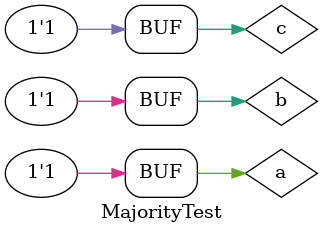
<source format=v>
module Majority(
  input wire a,
  input wire b,
  input wire c,
  output wire sum
);

  // Compute the products
  and(a_and_b, a, b);
  and(a_and_c, a, c);
  and(b_and_c, b, c);

  // Cascade the OR
  or(buffer, a_and_b, a_and_c);
  or(sum, buffer, b_and_c);

endmodule // Majority



module MajorityTest;

  reg a;
  reg b;
  reg c;
  wire sum;

  Majority majority(a, b, c, sum);

  initial begin
    $monitor("a = %d, b = %d, c = %d, sum = %d", a, b, c, sum);
    a = 0; b = 0; c = 0;
    #20; a = 0; b = 0; c = 1;
    #20; a = 0; b = 1; c = 0;
    #20; a = 0; b = 1; c = 1;
    #20; a = 1; b = 0; c = 0;
    #20; a = 1; b = 0; c = 1;
    #20; a = 1; b = 1; c = 0;
    #20; a = 1; b = 1; c = 1;
  end

endmodule // MajorityTest
</source>
